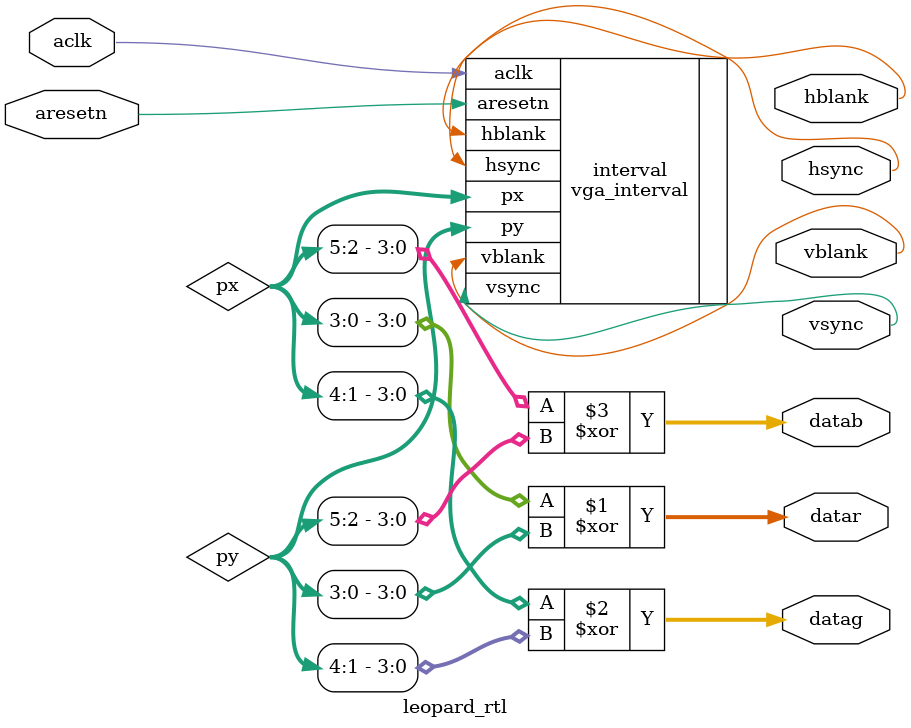
<source format=v>
`timescale 1ns / 1ps
`default_nettype none
module leopard_rtl
   (input wire aclk,
    input wire aresetn,
    output wire hsync,
    output wire vsync,
    output wire hblank,
    output wire vblank,
    output wire [3:0] datar,
    output wire [3:0] datag,
    output wire [3:0] datab);
    wire [11:0] px;
    wire [11:0] py;
    vga_interval interval(
        .aclk(aclk),
        .aresetn(aresetn),
        .hsync(hsync),
        .vsync(vsync),
        .hblank(hblank),
        .vblank(vblank),
        .px(px),
        .py(py)
    );
    assign datar = (px[3:0] ^ py[3:0]);
    assign datag = (px[4:1] ^ py[4:1]);
    assign datab = (px[5:2] ^ py[5:2]);
endmodule

</source>
